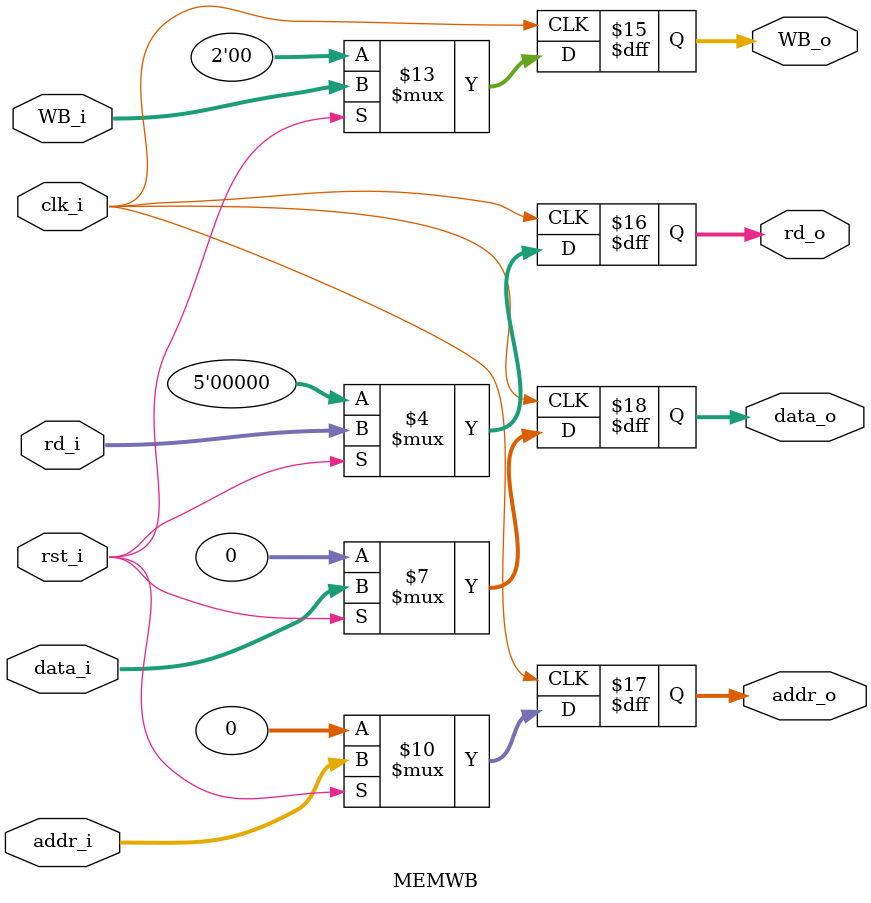
<source format=v>
module MEMWB(
    clk_i,
    rst_i,
    WB_i,
    addr_i,
    data_i,
    rd_i,
    WB_o,
    addr_o,
    data_o,
    rd_o
);

input               clk_i, rst_i;
input	[1:0]	    WB_i;
input	[4:0]	    rd_i;
input   [31:0]      addr_i, data_i;
output  [1:0]       WB_o;
output  [4:0]       rd_o;
output 	[31:0]      addr_o, data_o;

reg     [1:0]       WB_o;
reg     [4:0]       rd_o;
reg     [31:0]      addr_o, data_o;


always@(posedge clk_i) begin
    if(~rst_i) begin
        WB_o <= 0;
        addr_o <= 0;
        data_o <= 0;
        rd_o <= 0;
    end
    else begin
    	WB_o <= WB_i;
    	addr_o <= addr_i;
    	data_o <= data_i;
    	rd_o <= rd_i;
    end
end

endmodule

</source>
